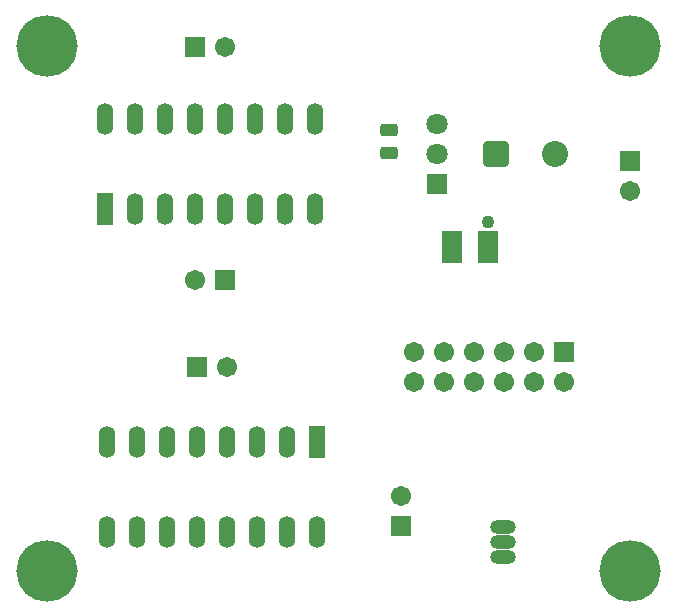
<source format=gts>
G04 Layer_Color=8388736*
%FSLAX44Y44*%
%MOMM*%
G71*
G01*
G75*
G04:AMPARAMS|DCode=41|XSize=1.5032mm|YSize=1.0032mm|CornerRadius=0.2016mm|HoleSize=0mm|Usage=FLASHONLY|Rotation=180.000|XOffset=0mm|YOffset=0mm|HoleType=Round|Shape=RoundedRectangle|*
%AMROUNDEDRECTD41*
21,1,1.5032,0.6000,0,0,180.0*
21,1,1.1000,1.0032,0,0,180.0*
1,1,0.4032,-0.5500,0.3000*
1,1,0.4032,0.5500,0.3000*
1,1,0.4032,0.5500,-0.3000*
1,1,0.4032,-0.5500,-0.3000*
%
%ADD41ROUNDEDRECTD41*%
%ADD42R,1.7032X2.8032*%
%ADD43C,5.2032*%
%ADD44C,1.8032*%
%ADD45R,1.8032X1.8032*%
%ADD46R,1.7032X1.7032*%
%ADD47C,1.7032*%
%ADD48C,2.2032*%
G04:AMPARAMS|DCode=49|XSize=2.2032mm|YSize=2.2032mm|CornerRadius=0.3516mm|HoleSize=0mm|Usage=FLASHONLY|Rotation=0.000|XOffset=0mm|YOffset=0mm|HoleType=Round|Shape=RoundedRectangle|*
%AMROUNDEDRECTD49*
21,1,2.2032,1.5000,0,0,0.0*
21,1,1.5000,2.2032,0,0,0.0*
1,1,0.7032,0.7500,-0.7500*
1,1,0.7032,-0.7500,-0.7500*
1,1,0.7032,-0.7500,0.7500*
1,1,0.7032,0.7500,0.7500*
%
%ADD49ROUNDEDRECTD49*%
%ADD50O,2.2032X1.2032*%
%ADD51O,2.2032X1.2032*%
%ADD52O,1.4032X2.7032*%
%ADD53R,1.4032X2.7032*%
%ADD54R,1.7032X1.7032*%
%ADD55C,1.1032*%
D41*
X317500Y381160D02*
D03*
Y401160D02*
D03*
D42*
X401080Y302260D02*
D03*
X371080D02*
D03*
D43*
X521970Y27940D02*
D03*
X27940D02*
D03*
X521970Y472440D02*
D03*
X27940D02*
D03*
D44*
X358140Y406400D02*
D03*
Y381000D02*
D03*
D45*
Y355600D02*
D03*
D46*
X521970Y374650D02*
D03*
X327660Y66040D02*
D03*
D47*
X521970Y349250D02*
D03*
X327660Y91440D02*
D03*
X180340Y200660D02*
D03*
X339090Y187960D02*
D03*
Y213360D02*
D03*
X364490Y187960D02*
D03*
Y213360D02*
D03*
X389890Y187960D02*
D03*
Y213360D02*
D03*
X415290Y187960D02*
D03*
Y213360D02*
D03*
X440690Y187960D02*
D03*
Y213360D02*
D03*
X466090Y187960D02*
D03*
X179070Y471170D02*
D03*
X153670Y274320D02*
D03*
D48*
X458070Y381000D02*
D03*
D49*
X408070D02*
D03*
D50*
X414020Y64770D02*
D03*
Y52070D02*
D03*
D51*
Y39370D02*
D03*
D52*
X78740Y60960D02*
D03*
X104140D02*
D03*
X129540D02*
D03*
X154940D02*
D03*
X180340D02*
D03*
X205740D02*
D03*
X231140D02*
D03*
X256540D02*
D03*
X78740Y137160D02*
D03*
X104140D02*
D03*
X129540D02*
D03*
X154940D02*
D03*
X180340D02*
D03*
X205740D02*
D03*
X231140D02*
D03*
X255270Y410210D02*
D03*
X229870D02*
D03*
X204470D02*
D03*
X179070D02*
D03*
X153670D02*
D03*
X128270D02*
D03*
X102870D02*
D03*
X77470D02*
D03*
X255270Y334010D02*
D03*
X229870D02*
D03*
X204470D02*
D03*
X179070D02*
D03*
X153670D02*
D03*
X128270D02*
D03*
X102870D02*
D03*
D53*
X256540Y137160D02*
D03*
X77470Y334010D02*
D03*
D54*
X154940Y200660D02*
D03*
X466090Y213360D02*
D03*
X153670Y471170D02*
D03*
X179070Y274320D02*
D03*
D55*
X401160Y322834D02*
D03*
M02*

</source>
